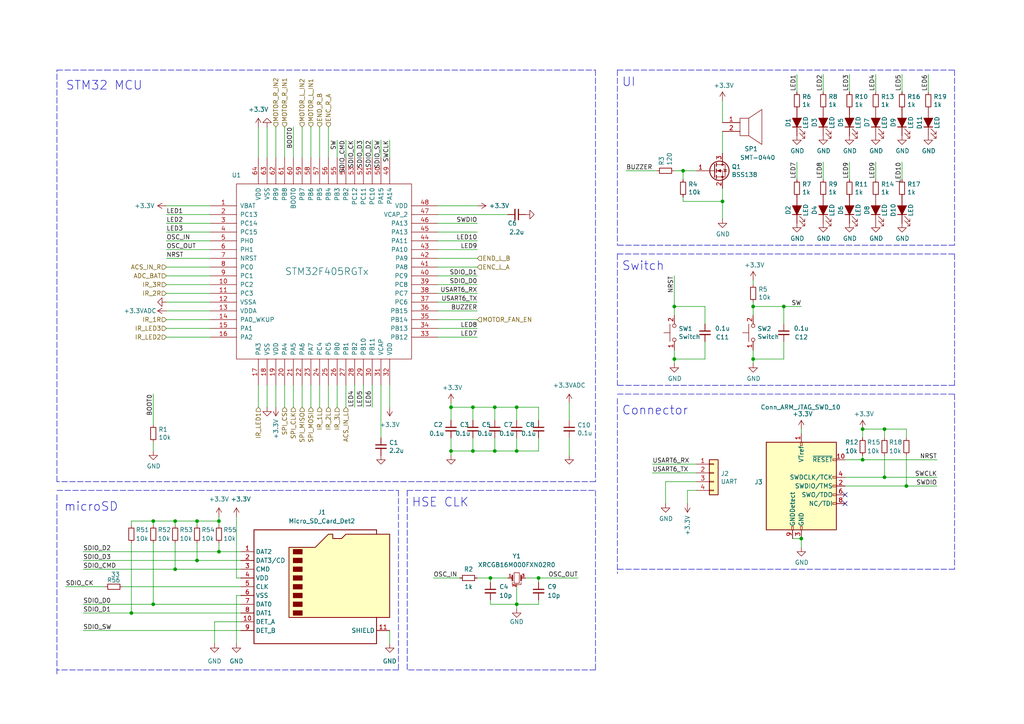
<source format=kicad_sch>
(kicad_sch (version 20231120) (generator "eeschema") (generator_version "8.0")
  (paper "A4")
  (lib_symbols
    (symbol "Connector:Conn_ARM_JTAG_SWD_10" (pin_names (offset 1.016))
      (property "Reference" "J" (at -2.54 16.51 0))
      (property "Value" "Conn_ARM_JTAG_SWD_10" (at -2.54 13.97 0))
      (symbol "Conn_ARM_JTAG_SWD_10_1_1"
        (pin power_in line (at 0 15.24 270) (length 2.54) (name "VTref") (number "1"))
        (pin open_collector line (at 12.7 7.62 180) (length 2.54) (name "~{RESET}") (number "10"))
        (pin bidirectional line (at 12.7 0 180) (length 2.54) (name "SWDIO/TMS") (number "2"))
        (pin power_in line (at 0 -15.24 90) (length 2.54) (name "GND") (number "3"))
        (pin output line (at 12.7 2.54 180) (length 2.54) (name "SWDCLK/TCK") (number "4"))
        (pin passive line (at 0 -15.24 90) (length 2.54) hide (name "GND") (number "5"))
        (pin input line (at 12.7 -2.54 180) (length 2.54) (name "SWO/TDO") (number "6"))
        (pin no_connect line (at -10.16 0 0) (length 2.54) hide (name "KEY") (number "7"))
        (pin output line (at 12.7 -5.08 180) (length 2.54) (name "NC/TDI") (number "8"))
        (pin passive line (at -2.54 -15.24 90) (length 2.54) (name "GNDDetect") (number "9"))
      )
    )
    (symbol "Connector:Micro_SD_Card_Det2"
      (property "Reference" "J" (at -16.51 17.78 0))
      (property "Value" "Micro_SD_Card_Det2" (at 16.51 17.78 0))
      (symbol "Micro_SD_Card_Det2_1_1"
        (pin bidirectional line (at -22.86 10.16 0) (length 3.81) (name "DAT2") (number "1"))
        (pin passive line (at -22.86 -10.16 0) (length 3.81) (name "DET_A") (number "10"))
        (pin passive line (at 20.32 -12.7 180) (length 3.81) (name "SHIELD") (number "11"))
        (pin bidirectional line (at -22.86 7.62 0) (length 3.81) (name "DAT3/CD") (number "2"))
        (pin input line (at -22.86 5.08 0) (length 3.81) (name "CMD") (number "3"))
        (pin power_in line (at -22.86 2.54 0) (length 3.81) (name "VDD") (number "4"))
        (pin input line (at -22.86 0 0) (length 3.81) (name "CLK") (number "5"))
        (pin power_in line (at -22.86 -2.54 0) (length 3.81) (name "VSS") (number "6"))
        (pin bidirectional line (at -22.86 -5.08 0) (length 3.81) (name "DAT0") (number "7"))
        (pin bidirectional line (at -22.86 -7.62 0) (length 3.81) (name "DAT1") (number "8"))
        (pin passive line (at -22.86 -12.7 0) (length 3.81) (name "DET_B") (number "9"))
      )
    )
    (symbol "Connector_Generic:Conn_01x04" (pin_names (offset 1.016) hide)
      (property "Reference" "J" (at 0 5.08 0))
      (property "Value" "Conn_01x04" (at 0 -7.62 0))
      (symbol "Conn_01x04_1_1"
        (pin passive line (at -5.08 2.54 0) (length 3.81) (name "Pin_1") (number "1"))
        (pin passive line (at -5.08 0 0) (length 3.81) (name "Pin_2") (number "2"))
        (pin passive line (at -5.08 -2.54 0) (length 3.81) (name "Pin_3") (number "3"))
        (pin passive line (at -5.08 -5.08 0) (length 3.81) (name "Pin_4") (number "4"))
      )
    )
    (symbol "Device:C_Small" (pin_numbers hide) (pin_names (offset 0.254) hide)
      (property "Reference" "C" (at 0.254 1.778 0))
      (property "Value" "C_Small" (at 0.254 -2.032 0))
      (symbol "C_Small_1_1"
        (pin passive line (at 0 2.54 270) (length 2.032) (name "~") (number "1"))
        (pin passive line (at 0 -2.54 90) (length 2.032) (name "~") (number "2"))
      )
    )
    (symbol "Device:Crystal_GND2_Small" (pin_names (offset 1.016) hide)
      (property "Reference" "Y" (at 0 5.08 0))
      (property "Value" "Crystal_GND2_Small" (at 0 3.175 0))
      (symbol "Crystal_GND2_Small_1_1"
        (pin passive line (at -2.54 0 0) (length 1.27) (name "1") (number "1"))
        (pin passive line (at 0 -2.54 90) (length 0.635) (name "2") (number "2"))
        (pin passive line (at 2.54 0 180) (length 1.27) (name "3") (number "3"))
      )
    )
    (symbol "Device:LED_ALT" (pin_numbers hide) (pin_names (offset 1.016) hide)
      (property "Reference" "D" (at 0 2.54 0))
      (property "Value" "Device_LED_ALT" (at 0 -2.54 0))
      (symbol "LED_ALT_1_1"
        (pin passive line (at -3.81 0 0) (length 2.54) (name "K") (number "1"))
        (pin passive line (at 3.81 0 180) (length 2.54) (name "A") (number "2"))
      )
    )
    (symbol "Device:R_Small" (pin_numbers hide) (pin_names (offset 0.254) hide)
      (property "Reference" "R" (at 0.762 0.508 0))
      (property "Value" "R_Small" (at 0.762 -1.016 0))
      (symbol "R_Small_1_1"
        (pin passive line (at 0 2.54 270) (length 0.762) (name "~") (number "1"))
        (pin passive line (at 0 -2.54 90) (length 0.762) (name "~") (number "2"))
      )
    )
    (symbol "My_Device:SKRPACE" (pin_names (offset 1.016))
      (property "Reference" "SW" (at 0 6.35 0))
      (property "Value" "My_Device_SKRPACE" (at 0 8.89 0))
      (symbol "SKRPACE_1_1"
        (pin passive line (at -5.08 0 0) (length 2.54) (name "~") (number "1"))
        (pin passive line (at 5.08 0 180) (length 2.54) (name "~") (number "2"))
      )
    )
    (symbol "My_Device:SMT-0440" (pin_names (offset 1.016))
      (property "Reference" "BUZ1" (at 3.81 5.08 0))
      (property "Value" "My_Device_SMT-0440" (at 3.81 -8.89 0))
      (symbol "SMT-0440_1_1"
        (pin input line (at -5.08 -1.27 0) (length 5.08) (name "~") (number "1"))
        (pin input line (at -5.08 -3.81 0) (length 5.08) (name "~") (number "2"))
      )
    )
    (symbol "My_Device:STM32F405RGTx" (pin_names (offset 1.016))
      (property "Reference" "U?" (at -10.16 34.29 0))
      (property "Value" "STM32F405RGTx" (at 3.81 6.35 0))
      (symbol "STM32F405RGTx_1_1"
        (pin input line (at -17.78 25.4 0) (length 7.62) (name "VBAT") (number "1"))
        (pin input line (at -17.78 2.54 0) (length 7.62) (name "PC2") (number "10"))
        (pin input line (at -17.78 0 0) (length 7.62) (name "PC3") (number "11"))
        (pin input line (at -17.78 -2.54 0) (length 7.62) (name "VSSA") (number "12"))
        (pin input line (at -17.78 -5.08 0) (length 7.62) (name "VDDA") (number "13"))
        (pin input line (at -17.78 -7.62 0) (length 7.62) (name "PA0_WKUP") (number "14"))
        (pin input line (at -17.78 -10.16 0) (length 7.62) (name "PA1") (number "15"))
        (pin input line (at -17.78 -12.7 0) (length 7.62) (name "PA2") (number "16"))
        (pin input line (at -3.81 -26.67 90) (length 7.62) (name "PA3") (number "17"))
        (pin input line (at -1.27 -26.67 90) (length 7.62) (name "VSS") (number "18"))
        (pin input line (at 1.27 -26.67 90) (length 7.62) (name "VDD") (number "19"))
        (pin input line (at -17.78 22.86 0) (length 7.62) (name "PC13") (number "2"))
        (pin input line (at 3.81 -26.67 90) (length 7.62) (name "PA4") (number "20"))
        (pin input line (at 6.35 -26.67 90) (length 7.62) (name "PA5") (number "21"))
        (pin input line (at 8.89 -26.67 90) (length 7.62) (name "PA6") (number "22"))
        (pin input line (at 11.43 -26.67 90) (length 7.62) (name "PA7") (number "23"))
        (pin input line (at 13.97 -26.67 90) (length 7.62) (name "PC4") (number "24"))
        (pin input line (at 16.51 -26.67 90) (length 7.62) (name "PC5") (number "25"))
        (pin input line (at 19.05 -26.67 90) (length 7.62) (name "PB0") (number "26"))
        (pin input line (at 21.59 -26.67 90) (length 7.62) (name "PB1") (number "27"))
        (pin input line (at 24.13 -26.67 90) (length 7.62) (name "PB2") (number "28"))
        (pin input line (at 26.67 -26.67 90) (length 7.62) (name "PB10") (number "29"))
        (pin input line (at -17.78 20.32 0) (length 7.62) (name "PC14") (number "3"))
        (pin input line (at 29.21 -26.67 90) (length 7.62) (name "PB11") (number "30"))
        (pin input line (at 31.75 -26.67 90) (length 7.62) (name "VCAP") (number "31"))
        (pin input line (at 34.29 -26.67 90) (length 7.62) (name "VDD") (number "32"))
        (pin input line (at 48.26 -12.7 180) (length 7.62) (name "PB12") (number "33"))
        (pin input line (at 48.26 -10.16 180) (length 7.62) (name "PB13") (number "34"))
        (pin input line (at 48.26 -7.62 180) (length 7.62) (name "PB14") (number "35"))
        (pin input line (at 48.26 -5.08 180) (length 7.62) (name "PB15") (number "36"))
        (pin input line (at 48.26 -2.54 180) (length 7.62) (name "PC6") (number "37"))
        (pin input line (at 48.26 0 180) (length 7.62) (name "PC7") (number "38"))
        (pin input line (at 48.26 2.54 180) (length 7.62) (name "PC8") (number "39"))
        (pin input line (at -17.78 17.78 0) (length 7.62) (name "PC15") (number "4"))
        (pin input line (at 48.26 5.08 180) (length 7.62) (name "PC9") (number "40"))
        (pin input line (at 48.26 7.62 180) (length 7.62) (name "PA8") (number "41"))
        (pin input line (at 48.26 10.16 180) (length 7.62) (name "PA9") (number "42"))
        (pin input line (at 48.26 12.7 180) (length 7.62) (name "PA10") (number "43"))
        (pin input line (at 48.26 15.24 180) (length 7.62) (name "PA11") (number "44"))
        (pin input line (at 48.26 17.78 180) (length 7.62) (name "PA13") (number "45"))
        (pin input line (at 48.26 20.32 180) (length 7.62) (name "PA13") (number "46"))
        (pin input line (at 48.26 22.86 180) (length 7.62) (name "VCAP_2") (number "47"))
        (pin input line (at 48.26 25.4 180) (length 7.62) (name "VDD") (number "48"))
        (pin input line (at 34.29 39.37 270) (length 7.62) (name "PA14") (number "49"))
        (pin input line (at -17.78 15.24 0) (length 7.62) (name "PH0") (number "5"))
        (pin input line (at 31.75 39.37 270) (length 7.62) (name "PA15") (number "50"))
        (pin input line (at 29.21 39.37 270) (length 7.62) (name "PC10") (number "51"))
        (pin input line (at 26.67 39.37 270) (length 7.62) (name "PC11") (number "52"))
        (pin input line (at 24.13 39.37 270) (length 7.62) (name "PC12") (number "53"))
        (pin input line (at 21.59 39.37 270) (length 7.62) (name "PB2") (number "54"))
        (pin input line (at 19.05 39.37 270) (length 7.62) (name "PB3") (number "55"))
        (pin input line (at 16.51 39.37 270) (length 7.62) (name "PB4") (number "56"))
        (pin input line (at 13.97 39.37 270) (length 7.62) (name "PB5") (number "57"))
        (pin input line (at 11.43 39.37 270) (length 7.62) (name "PB6") (number "58"))
        (pin input line (at 8.89 39.37 270) (length 7.62) (name "PB7") (number "59"))
        (pin input line (at -17.78 12.7 0) (length 7.62) (name "PH1") (number "6"))
        (pin input line (at 6.35 39.37 270) (length 7.62) (name "BOOT0") (number "60"))
        (pin input line (at 3.81 39.37 270) (length 7.62) (name "PB8") (number "61"))
        (pin input line (at 1.27 39.37 270) (length 7.62) (name "PB9") (number "62"))
        (pin input line (at -1.27 39.37 270) (length 7.62) (name "VSS") (number "63"))
        (pin input line (at -3.81 39.37 270) (length 7.62) (name "VDD") (number "64"))
        (pin input line (at -17.78 10.16 0) (length 7.62) (name "NRST") (number "7"))
        (pin input line (at -17.78 7.62 0) (length 7.62) (name "PC0") (number "8"))
        (pin input line (at -17.78 5.08 0) (length 7.62) (name "PC1") (number "9"))
      )
    )
    (symbol "Transistor_FET:BSS138" (pin_names hide)
      (property "Reference" "Q" (at 5.08 1.905 0))
      (property "Value" "BSS138" (at 5.08 0 0))
      (symbol "BSS138_1_1"
        (pin input line (at -5.08 0 0) (length 2.54) (name "G") (number "1"))
        (pin passive line (at 2.54 -5.08 90) (length 2.54) (name "S") (number "2"))
        (pin passive line (at 2.54 5.08 270) (length 2.54) (name "D") (number "3"))
      )
    )
    (symbol "power:+3.3V" (power) (pin_names (offset 0))
      (property "Value" "+3.3V" (at 0 3.556 0))
      (symbol "+3.3V_1_1"
        (pin power_in line (at 0 0 90) (length 0) hide (name "+3.3V") (number "1"))
      )
    )
    (symbol "power:+3.3VADC" (power) (pin_names (offset 0))
      (property "Value" "+3.3VADC" (at 0 2.54 0))
      (symbol "+3.3VADC_0_0"
        (pin power_in line (at 0 0 90) (length 0) hide (name "+3.3VADC") (number "1"))
      )
    )
    (symbol "power:GND" (power) (pin_names (offset 0))
      (property "Value" "GND" (at 0 -3.81 0))
      (symbol "GND_1_1"
        (pin power_in line (at 0 0 270) (length 0) hide (name "GND") (number "1"))
      )
    )
  )
  (junction (at 142.24 167.64))
  (junction (at 218.44 88.9))
  (junction (at 195.58 88.9))
  (junction (at 143.51 118.11))
  (junction (at 57.15 162.56))
  (junction (at 130.81 130.81))
  (junction (at 149.86 175.26))
  (junction (at 63.5 151.13))
  (junction (at 232.41 156.21))
  (junction (at 143.51 130.81))
  (junction (at 44.45 151.13))
  (junction (at 130.81 118.11))
  (junction (at 250.19 124.46))
  (junction (at 57.15 151.13))
  (junction (at 250.19 133.35))
  (junction (at 256.54 138.43))
  (junction (at 195.58 104.14))
  (junction (at 209.55 58.42))
  (junction (at 198.12 49.53))
  (junction (at 218.44 104.14))
  (junction (at 50.8 165.1))
  (junction (at 149.86 130.81))
  (junction (at 256.54 124.46))
  (junction (at 38.1 177.8))
  (junction (at 262.89 140.97))
  (junction (at 227.33 88.9))
  (junction (at 44.45 175.26))
  (junction (at 137.16 118.11))
  (junction (at 63.5 160.02))
  (junction (at 156.21 167.64))
  (junction (at 137.16 130.81))
  (junction (at 149.86 118.11))
  (junction (at 50.8 151.13))
  (no_connect (at 245.11 143.51))
  (no_connect (at 245.11 146.05))
  (wire (pts (xy 90.17 118.11) (xy 90.17 111.76)))
  (wire (pts (xy 181.61 49.53) (xy 190.5 49.53)))
  (wire (pts (xy 147.32 167.64) (xy 142.24 167.64)))
  (wire (pts (xy 137.16 118.11) (xy 143.51 118.11)))
  (wire (pts (xy 209.55 29.21) (xy 209.55 35.56)))
  (wire (pts (xy 130.81 127) (xy 130.81 130.81)))
  (polyline (pts (xy 172.72 194.31) (xy 118.11 194.31)) (stroke (width 0) (type dash)))
  (wire (pts (xy 85.09 118.11) (xy 85.09 111.76)))
  (wire (pts (xy 44.45 157.48) (xy 44.45 175.26)))
  (wire (pts (xy 137.16 130.81) (xy 143.51 130.81)))
  (wire (pts (xy 138.43 85.09) (xy 127 85.09)))
  (wire (pts (xy 68.58 172.72) (xy 69.85 172.72)))
  (wire (pts (xy 209.55 58.42) (xy 209.55 54.61)))
  (wire (pts (xy 232.41 156.21) (xy 229.87 156.21)))
  (wire (pts (xy 130.81 130.81) (xy 137.16 130.81)))
  (wire (pts (xy 193.04 139.7) (xy 193.04 146.05)))
  (wire (pts (xy 254 26.67) (xy 254 21.59)))
  (wire (pts (xy 238.76 52.07) (xy 238.76 46.99)))
  (wire (pts (xy 38.1 177.8) (xy 69.85 177.8)))
  (wire (pts (xy 80.01 118.11) (xy 80.01 111.76)))
  (wire (pts (xy 19.05 170.18) (xy 30.48 170.18)))
  (wire (pts (xy 218.44 82.55) (xy 218.44 81.28)))
  (wire (pts (xy 113.03 182.88) (xy 113.03 186.69)))
  (wire (pts (xy 50.8 165.1) (xy 69.85 165.1)))
  (wire (pts (xy 24.13 160.02) (xy 63.5 160.02)))
  (wire (pts (xy 77.47 36.83) (xy 77.47 45.72)))
  (wire (pts (xy 156.21 173.99) (xy 156.21 175.26)))
  (wire (pts (xy 130.81 118.11) (xy 137.16 118.11)))
  (wire (pts (xy 63.5 157.48) (xy 63.5 160.02)))
  (wire (pts (xy 143.51 127) (xy 143.51 130.81)))
  (wire (pts (xy 60.96 95.25) (xy 48.26 95.25)))
  (wire (pts (xy 149.86 175.26) (xy 149.86 176.53)))
  (wire (pts (xy 68.58 186.69) (xy 68.58 172.72)))
  (wire (pts (xy 262.89 127) (xy 262.89 124.46)))
  (polyline (pts (xy 276.86 20.32) (xy 276.86 71.12)) (stroke (width 0) (type dash)))
  (wire (pts (xy 105.41 118.11) (xy 105.41 111.76)))
  (wire (pts (xy 250.19 124.46) (xy 250.19 127)))
  (wire (pts (xy 48.26 62.23) (xy 60.96 62.23)))
  (wire (pts (xy 127 67.31) (xy 138.43 67.31)))
  (wire (pts (xy 204.47 93.98) (xy 204.47 88.9)))
  (wire (pts (xy 143.51 118.11) (xy 149.86 118.11)))
  (wire (pts (xy 269.24 26.67) (xy 269.24 21.59)))
  (wire (pts (xy 44.45 175.26) (xy 69.85 175.26)))
  (wire (pts (xy 68.58 167.64) (xy 68.58 149.86)))
  (wire (pts (xy 198.12 58.42) (xy 209.55 58.42)))
  (wire (pts (xy 92.71 118.11) (xy 92.71 111.76)))
  (wire (pts (xy 60.96 74.93) (xy 48.26 74.93)))
  (wire (pts (xy 48.26 87.63) (xy 60.96 87.63)))
  (wire (pts (xy 24.13 182.88) (xy 69.85 182.88)))
  (polyline (pts (xy 16.51 20.32) (xy 30.48 20.32)) (stroke (width 0) (type dash)))
  (wire (pts (xy 127 92.71) (xy 138.43 92.71)))
  (wire (pts (xy 80.01 36.83) (xy 80.01 45.72)))
  (polyline (pts (xy 16.51 142.24) (xy 115.57 142.24)) (stroke (width 0) (type dash)))
  (wire (pts (xy 127 77.47) (xy 138.43 77.47)))
  (polyline (pts (xy 276.86 71.12) (xy 179.07 71.12)) (stroke (width 0) (type dash)))
  (wire (pts (xy 250.19 132.08) (xy 250.19 133.35)))
  (polyline (pts (xy 118.11 142.24) (xy 172.72 142.24)) (stroke (width 0) (type dash)))
  (polyline (pts (xy 16.51 139.7) (xy 16.51 20.32)) (stroke (width 0) (type dash)))
  (wire (pts (xy 24.13 162.56) (xy 57.15 162.56)))
  (wire (pts (xy 57.15 157.48) (xy 57.15 162.56)))
  (wire (pts (xy 48.26 67.31) (xy 60.96 67.31)))
  (wire (pts (xy 127 62.23) (xy 147.32 62.23)))
  (wire (pts (xy 256.54 127) (xy 256.54 124.46)))
  (wire (pts (xy 44.45 128.27) (xy 44.45 130.81)))
  (wire (pts (xy 250.19 133.35) (xy 271.78 133.35)))
  (wire (pts (xy 149.86 118.11) (xy 149.86 121.92)))
  (wire (pts (xy 156.21 167.64) (xy 167.64 167.64)))
  (wire (pts (xy 156.21 127) (xy 156.21 130.81)))
  (wire (pts (xy 149.86 130.81) (xy 156.21 130.81)))
  (wire (pts (xy 69.85 180.34) (xy 62.23 180.34)))
  (wire (pts (xy 48.26 77.47) (xy 60.96 77.47)))
  (polyline (pts (xy 276.86 165.1) (xy 179.07 165.1)) (stroke (width 0) (type dash)))
  (wire (pts (xy 246.38 52.07) (xy 246.38 46.99)))
  (wire (pts (xy 238.76 26.67) (xy 238.76 21.59)))
  (wire (pts (xy 195.58 88.9) (xy 195.58 91.44)))
  (polyline (pts (xy 179.07 20.32) (xy 276.86 20.32)) (stroke (width 0) (type dash)))
  (wire (pts (xy 24.13 165.1) (xy 50.8 165.1)))
  (wire (pts (xy 231.14 26.67) (xy 231.14 21.59)))
  (wire (pts (xy 50.8 157.48) (xy 50.8 165.1)))
  (wire (pts (xy 90.17 45.72) (xy 90.17 36.83)))
  (polyline (pts (xy 172.72 142.24) (xy 172.72 194.31)) (stroke (width 0) (type dash)))
  (wire (pts (xy 227.33 93.98) (xy 227.33 88.9)))
  (polyline (pts (xy 30.48 20.32) (xy 172.72 20.32)) (stroke (width 0) (type dash)))
  (wire (pts (xy 227.33 88.9) (xy 218.44 88.9)))
  (wire (pts (xy 218.44 104.14) (xy 218.44 101.6)))
  (wire (pts (xy 130.81 130.81) (xy 130.81 132.08)))
  (wire (pts (xy 261.62 52.07) (xy 261.62 46.99)))
  (wire (pts (xy 137.16 127) (xy 137.16 130.81)))
  (wire (pts (xy 97.79 40.64) (xy 97.79 45.72)))
  (wire (pts (xy 201.93 139.7) (xy 193.04 139.7)))
  (wire (pts (xy 130.81 118.11) (xy 130.81 116.84)))
  (wire (pts (xy 156.21 167.64) (xy 156.21 168.91)))
  (wire (pts (xy 95.25 45.72) (xy 95.25 36.83)))
  (wire (pts (xy 195.58 101.6) (xy 195.58 104.14)))
  (polyline (pts (xy 276.86 73.66) (xy 276.86 111.76)) (stroke (width 0) (type dash)))
  (wire (pts (xy 48.26 85.09) (xy 60.96 85.09)))
  (wire (pts (xy 60.96 59.69) (xy 48.26 59.69)))
  (wire (pts (xy 50.8 151.13) (xy 57.15 151.13)))
  (wire (pts (xy 100.33 40.64) (xy 100.33 45.72)))
  (wire (pts (xy 92.71 45.72) (xy 92.71 36.83)))
  (wire (pts (xy 227.33 99.06) (xy 227.33 104.14)))
  (wire (pts (xy 60.96 90.17) (xy 48.26 90.17)))
  (wire (pts (xy 24.13 175.26) (xy 44.45 175.26)))
  (wire (pts (xy 63.5 149.86) (xy 63.5 151.13)))
  (wire (pts (xy 77.47 118.11) (xy 77.47 111.76)))
  (wire (pts (xy 261.62 26.67) (xy 261.62 21.59)))
  (wire (pts (xy 138.43 95.25) (xy 127 95.25)))
  (wire (pts (xy 35.56 170.18) (xy 69.85 170.18)))
  (polyline (pts (xy 179.07 114.3) (xy 276.86 114.3)) (stroke (width 0) (type dash)))
  (wire (pts (xy 138.43 167.64) (xy 142.24 167.64)))
  (wire (pts (xy 87.63 45.72) (xy 87.63 36.83)))
  (wire (pts (xy 201.93 137.16) (xy 189.23 137.16)))
  (wire (pts (xy 125.73 167.64) (xy 133.35 167.64)))
  (polyline (pts (xy 179.07 115.57) (xy 179.07 166.37)) (stroke (width 0) (type dash)))
  (wire (pts (xy 74.93 118.11) (xy 74.93 111.76)))
  (wire (pts (xy 199.39 142.24) (xy 199.39 146.05)))
  (wire (pts (xy 143.51 118.11) (xy 143.51 121.92)))
  (wire (pts (xy 254 52.07) (xy 254 46.99)))
  (polyline (pts (xy 276.86 114.3) (xy 276.86 165.1)) (stroke (width 0) (type dash)))
  (wire (pts (xy 156.21 118.11) (xy 156.21 121.92)))
  (wire (pts (xy 195.58 88.9) (xy 195.58 80.01)))
  (wire (pts (xy 63.5 160.02) (xy 69.85 160.02)))
  (wire (pts (xy 138.43 97.79) (xy 127 97.79)))
  (wire (pts (xy 165.1 127) (xy 165.1 132.08)))
  (wire (pts (xy 232.41 158.75) (xy 232.41 156.21)))
  (wire (pts (xy 198.12 58.42) (xy 198.12 57.15)))
  (wire (pts (xy 138.43 82.55) (xy 127 82.55)))
  (wire (pts (xy 113.03 118.11) (xy 113.03 111.76)))
  (wire (pts (xy 57.15 152.4) (xy 57.15 151.13)))
  (wire (pts (xy 48.26 72.39) (xy 60.96 72.39)))
  (polyline (pts (xy 115.57 142.24) (xy 115.57 194.31)) (stroke (width 0) (type dash)))
  (wire (pts (xy 142.24 173.99) (xy 142.24 175.26)))
  (wire (pts (xy 107.95 40.64) (xy 107.95 45.72)))
  (wire (pts (xy 204.47 99.06) (xy 204.47 104.14)))
  (wire (pts (xy 74.93 45.72) (xy 74.93 36.83)))
  (wire (pts (xy 48.26 64.77) (xy 60.96 64.77)))
  (wire (pts (xy 38.1 157.48) (xy 38.1 177.8)))
  (wire (pts (xy 218.44 88.9) (xy 218.44 91.44)))
  (wire (pts (xy 142.24 167.64) (xy 142.24 168.91)))
  (wire (pts (xy 204.47 88.9) (xy 195.58 88.9)))
  (wire (pts (xy 245.11 133.35) (xy 250.19 133.35)))
  (polyline (pts (xy 16.51 143.51) (xy 16.51 195.58)) (stroke (width 0) (type dash)))
  (wire (pts (xy 57.15 151.13) (xy 63.5 151.13)))
  (wire (pts (xy 50.8 152.4) (xy 50.8 151.13)))
  (wire (pts (xy 82.55 118.11) (xy 82.55 111.76)))
  (wire (pts (xy 127 80.01) (xy 138.43 80.01)))
  (wire (pts (xy 62.23 180.34) (xy 62.23 186.69)))
  (wire (pts (xy 152.4 167.64) (xy 156.21 167.64)))
  (wire (pts (xy 262.89 124.46) (xy 256.54 124.46)))
  (wire (pts (xy 44.45 114.3) (xy 44.45 123.19)))
  (wire (pts (xy 97.79 118.11) (xy 97.79 111.76)))
  (wire (pts (xy 69.85 167.64) (xy 68.58 167.64)))
  (wire (pts (xy 137.16 118.11) (xy 137.16 121.92)))
  (polyline (pts (xy 179.07 73.66) (xy 276.86 73.66)) (stroke (width 0) (type dash)))
  (polyline (pts (xy 172.72 20.32) (xy 172.72 139.7)) (stroke (width 0) (type dash)))
  (wire (pts (xy 107.95 118.11) (xy 107.95 111.76)))
  (wire (pts (xy 102.87 118.11) (xy 102.87 111.76)))
  (wire (pts (xy 48.26 80.01) (xy 60.96 80.01)))
  (wire (pts (xy 38.1 151.13) (xy 44.45 151.13)))
  (wire (pts (xy 110.49 40.64) (xy 110.49 45.72)))
  (wire (pts (xy 218.44 87.63) (xy 218.44 88.9)))
  (wire (pts (xy 63.5 151.13) (xy 63.5 152.4)))
  (wire (pts (xy 60.96 92.71) (xy 48.26 92.71)))
  (wire (pts (xy 48.26 82.55) (xy 60.96 82.55)))
  (wire (pts (xy 195.58 104.14) (xy 195.58 105.41)))
  (wire (pts (xy 262.89 140.97) (xy 271.78 140.97)))
  (wire (pts (xy 130.81 118.11) (xy 130.81 121.92)))
  (wire (pts (xy 256.54 138.43) (xy 271.78 138.43)))
  (wire (pts (xy 201.93 49.53) (xy 198.12 49.53)))
  (polyline (pts (xy 276.86 111.76) (xy 179.07 111.76)) (stroke (width 0) (type dash)))
  (wire (pts (xy 105.41 40.64) (xy 105.41 45.72)))
  (wire (pts (xy 227.33 104.14) (xy 218.44 104.14)))
  (wire (pts (xy 165.1 116.84) (xy 165.1 121.92)))
  (wire (pts (xy 102.87 40.64) (xy 102.87 45.72)))
  (wire (pts (xy 209.55 38.1) (xy 209.55 44.45)))
  (wire (pts (xy 44.45 152.4) (xy 44.45 151.13)))
  (wire (pts (xy 113.03 40.64) (xy 113.03 45.72)))
  (wire (pts (xy 24.13 177.8) (xy 38.1 177.8)))
  (wire (pts (xy 143.51 130.81) (xy 149.86 130.81)))
  (wire (pts (xy 110.49 111.76) (xy 110.49 127)))
  (polyline (pts (xy 179.07 20.32) (xy 179.07 71.12)) (stroke (width 0) (type dash)))
  (wire (pts (xy 256.54 124.46) (xy 250.19 124.46)))
  (polyline (pts (xy 118.11 142.24) (xy 118.11 194.31)) (stroke (width 0) (type dash)))
  (wire (pts (xy 195.58 49.53) (xy 198.12 49.53)))
  (wire (pts (xy 138.43 59.69) (xy 127 59.69)))
  (wire (pts (xy 149.86 127) (xy 149.86 130.81)))
  (wire (pts (xy 198.12 49.53) (xy 198.12 52.07)))
  (wire (pts (xy 138.43 72.39) (xy 127 72.39)))
  (wire (pts (xy 60.96 97.79) (xy 48.26 97.79)))
  (wire (pts (xy 201.93 134.62) (xy 189.23 134.62)))
  (wire (pts (xy 149.86 175.26) (xy 156.21 175.26)))
  (wire (pts (xy 38.1 152.4) (xy 38.1 151.13)))
  (wire (pts (xy 100.33 118.11) (xy 100.33 111.76)))
  (wire (pts (xy 82.55 45.72) (xy 82.55 36.83)))
  (wire (pts (xy 138.43 87.63) (xy 127 87.63)))
  (wire (pts (xy 204.47 104.14) (xy 195.58 104.14)))
  (wire (pts (xy 209.55 63.5) (xy 209.55 58.42)))
  (wire (pts (xy 231.14 52.07) (xy 231.14 46.99)))
  (wire (pts (xy 149.86 170.18) (xy 149.86 175.26)))
  (wire (pts (xy 245.11 140.97) (xy 262.89 140.97)))
  (wire (pts (xy 149.86 118.11) (xy 156.21 118.11)))
  (wire (pts (xy 87.63 118.11) (xy 87.63 111.76)))
  (wire (pts (xy 232.41 124.46) (xy 232.41 125.73)))
  (wire (pts (xy 44.45 151.13) (xy 50.8 151.13)))
  (wire (pts (xy 127 64.77) (xy 138.43 64.77)))
  (wire (pts (xy 95.25 118.11) (xy 95.25 111.76)))
  (wire (pts (xy 256.54 132.08) (xy 256.54 138.43)))
  (wire (pts (xy 218.44 104.14) (xy 218.44 105.41)))
  (wire (pts (xy 138.43 90.17) (xy 127 90.17)))
  (polyline (pts (xy 172.72 139.7) (xy 16.51 139.7)) (stroke (width 0) (type dash)))
  (wire (pts (xy 57.15 162.56) (xy 69.85 162.56)))
  (wire (pts (xy 142.24 175.26) (xy 149.86 175.26)))
  (wire (pts (xy 232.41 88.9) (xy 227.33 88.9)))
  (wire (pts (xy 127 74.93) (xy 138.43 74.93)))
  (polyline (pts (xy 115.57 194.31) (xy 16.51 194.31)) (stroke (width 0) (type dash)))
  (wire (pts (xy 245.11 138.43) (xy 256.54 138.43)))
  (wire (pts (xy 262.89 132.08) (xy 262.89 140.97)))
  (polyline (pts (xy 179.07 73.66) (xy 179.07 111.76)) (stroke (width 0) (type dash)))
  (wire (pts (xy 138.43 69.85) (xy 127 69.85)))
  (wire (pts (xy 48.26 69.85) (xy 60.96 69.85)))
  (wire (pts (xy 201.93 142.24) (xy 199.39 142.24)))
  (wire (pts (xy 246.38 26.67) (xy 246.38 21.59)))
  (wire (pts (xy 85.09 36.83) (xy 85.09 45.72)))
  (text "STM32 MCU" (at 19.05 26.416 0) (effects (font (size 2.54 2.54)) (justify left bottom)))
  (text "microSD" (at 18.542 148.59 0) (effects (font (size 2.54 2.54)) (justify left bottom)))
  (text "UI" (at 180.34 25.4 0) (effects (font (size 2.54 2.54)) (justify left bottom)))
  (text "Connector" (at 180.34 120.65 0) (effects (font (size 2.54 2.54)) (justify left bottom)))
  (text "HSE CLK" (at 119.38 147.32 0) (effects (font (size 2.54 2.54)) (justify left bottom)))
  (text "Switch" (at 180.34 78.74 0) (effects (font (size 2.54 2.54)) (justify left bottom)))
  (label "LED9" (at 254 46.99 270))
  (label "SDIO_D2" (at 24.13 160.02 0))
  (label "BUZZER" (at 181.61 49.53 0))
  (label "SW" (at 97.79 40.64 270))
  (label "SDIO_D3" (at 105.41 40.64 270))
  (label "SDIO_D0" (at 138.43 82.55 180))
  (label "BOOT0" (at 44.45 114.3 270))
  (label "SDIO_CK" (at 19.05 170.18 0))
  (label "NRST" (at 48.26 74.93 0))
  (label "NRST" (at 195.58 80.01 270))
  (label "LED8" (at 238.76 46.99 270))
  (label "LED6" (at 107.95 118.11 90))
  (label "SW" (at 232.41 88.9 180))
  (label "LED7" (at 138.43 97.79 180))
  (label "LED4" (at 102.87 118.11 90))
  (label "USART6_TX" (at 189.23 137.16 0))
  (label "LED9" (at 246.38 46.99 270))
  (label "LED9" (at 138.43 72.39 180))
  (label "SWCLK" (at 113.03 40.64 270))
  (label "LED6" (at 269.24 21.59 270))
  (label "SDIO_D3" (at 24.13 162.56 0))
  (label "SWDIO" (at 138.43 64.77 180))
  (label "LED7" (at 231.14 46.99 270))
  (label "OSC_OUT" (at 48.26 72.39 0))
  (label "LED10" (at 261.62 46.99 270))
  (label "USART6_RX" (at 189.23 134.62 0))
  (label "OSC_IN" (at 125.73 167.64 0))
  (label "LED10" (at 138.43 69.85 180))
  (label "SWCLK" (at 271.78 138.43 180))
  (label "SDIO_D1" (at 24.13 177.8 0))
  (label "LED2" (at 238.76 21.59 270))
  (label "LED1" (at 48.26 62.23 0))
  (label "SDIO_SW" (at 24.13 182.88 0))
  (label "BOOT0" (at 85.09 36.83 270))
  (label "LED5" (at 105.41 118.11 90))
  (label "LED3" (at 48.26 67.31 0))
  (label "USART6_RX" (at 138.43 85.09 180))
  (label "SDIO_D2" (at 107.95 40.64 270))
  (label "SDIO_CMD" (at 24.13 165.1 0))
  (label "SWDIO" (at 271.78 140.97 180))
  (label "SDIO_CMD" (at 100.33 40.64 270))
  (label "BUZZER" (at 138.43 90.17 180))
  (label "LED2" (at 48.26 64.77 0))
  (label "LED8" (at 138.43 95.25 180))
  (label "SDIO_D1" (at 138.43 80.01 180))
  (label "SDIO_D0" (at 24.13 175.26 0))
  (label "LED4" (at 254 21.59 270))
  (label "SDIO_SW" (at 110.49 40.64 270))
  (label "LED1" (at 231.14 21.59 270))
  (label "NRST" (at 271.78 133.35 180))
  (label "SDIO_CK" (at 102.87 40.64 270))
  (label "OSC_IN" (at 48.26 69.85 0))
  (label "USART6_TX" (at 138.43 87.63 180))
  (label "LED3" (at 246.38 21.59 270))
  (label "LED5" (at 261.62 21.59 270))
  (label "OSC_OUT" (at 167.64 167.64 180))
  (hierarchical_label "IR_1L" (shape input) (at 92.71 118.11 270))
  (hierarchical_label "IR_1R" (shape input) (at 48.26 92.71 180))
  (hierarchical_label "IR_LED1" (shape input) (at 74.93 118.11 270))
  (hierarchical_label "SPI_CS" (shape input) (at 82.55 118.11 270))
  (hierarchical_label "END_R_B" (shape input) (at 92.71 36.83 90))
  (hierarchical_label "MOTOR_R_IN2" (shape input) (at 80.01 36.83 90))
  (hierarchical_label "SPI_MOSI" (shape input) (at 90.17 118.11 270))
  (hierarchical_label "IR_3L" (shape input) (at 97.79 118.11 270))
  (hierarchical_label "MOTOR_FAN_EN" (shape input) (at 138.43 92.71 0))
  (hierarchical_label "ENC_R_A" (shape input) (at 95.25 36.83 90))
  (hierarchical_label "IR_2R" (shape input) (at 48.26 85.09 180))
  (hierarchical_label "ADC_BAT" (shape input) (at 48.26 80.01 180))
  (hierarchical_label "MOTOR_R_IN1" (shape input) (at 82.55 36.83 90))
  (hierarchical_label "MOTOR_L_IN2" (shape input) (at 87.63 36.83 90))
  (hierarchical_label "IR_LED3" (shape input) (at 48.26 95.25 180))
  (hierarchical_label "END_L_B" (shape input) (at 138.43 74.93 0))
  (hierarchical_label "MOTOR_L_IN1" (shape input) (at 90.17 36.83 90))
  (hierarchical_label "ENC_L_A" (shape input) (at 138.43 77.47 0))
  (hierarchical_label "SPI_MISO" (shape input) (at 87.63 118.11 270))
  (hierarchical_label "IR_LED2" (shape input) (at 48.26 97.79 180))
  (hierarchical_label "SPI_CLK" (shape input) (at 85.09 118.11 270))
  (hierarchical_label "IR_3R" (shape input) (at 48.26 82.55 180))
  (hierarchical_label "ACS_IN_L" (shape input) (at 100.33 118.11 270))
  (hierarchical_label "ACS_IN_R" (shape input) (at 48.26 77.47 180))
  (hierarchical_label "IR_2L" (shape input) (at 95.25 118.11 270))
  (symbol (lib_id "Device:R_Small") (at 218.44 85.09 0) (unit 1)
    (property "Reference" "R5" (at 219.9386 83.9216 0) (effects (justify left)))
    (property "Value" "10k" (at 219.9386 86.233 0) (effects (justify left)))
    (property "Footprint" "Resistor_SMD:R_0201_0603Metric" (effects (hide yes)))
  )
  (symbol (lib_id "power:GND") (at 130.81 132.08 0) (unit 1)
    (property "Reference" "#PWR015" (effects (hide yes)))
    (property "Value" "GND" (effects (hide yes)))
  )
  (symbol (lib_id "Device:R_Small") (at 63.5 154.94 0) (unit 1)
    (property "Reference" "R55" (at 64.77 153.67 0) (effects (justify left)))
    (property "Value" "10k" (at 64.77 156.21 0) (effects (justify left)))
    (property "Footprint" "Resistor_SMD:R_0201_0603Metric" (effects (hide yes)))
  )
  (symbol (lib_id "Device:C_Small") (at 143.51 124.46 0) (unit 1)
    (property "Reference" "C5" (at 139.7 123.19 0) (effects (justify left)))
    (property "Value" "0.1u" (at 138.43 125.73 0) (effects (justify left)))
    (property "Footprint" "Capacitor_SMD:C_0201_0603Metric" (effects (hide yes)))
  )
  (symbol (lib_id "power:+3.3VADC") (at 165.1 116.84 0) (unit 1)
    (property "Reference" "#PWR019" (effects (hide yes)))
    (property "Value" "+3.3VADC" (at 165.1 111.76 0))
  )
  (symbol (lib_id "Connector:Conn_ARM_JTAG_SWD_10") (at 232.41 140.97 0) (unit 1)
    (property "Reference" "J3" (at 221.234 139.8016 0) (effects (justify right)))
    (property "Value" "Conn_ARM_JTAG_SWD_10" (at 243.84 118.11 0) (effects (justify right)))
    (property "Footprint" "mylib:mylib" (effects (hide yes)))
    (property "Datasheet" "http://infocenter.arm.com/help/topic/com.arm.doc.faqs/attached/13634/cortex_debug_connectors.pdf" (effects (hide yes)))
  )
  (symbol (lib_id "Transistor_FET:BSS138") (at 207.01 49.53 0) (unit 1)
    (property "Reference" "Q1" (at 212.1916 48.3616 0) (effects (justify left)))
    (property "Value" "BSS138" (at 212.1916 50.673 0) (effects (justify left)))
    (property "Footprint" "Package_TO_SOT_SMD:SOT-23" (effects (hide yes)))
    (property "Datasheet" "https://www.onsemi.com/pub/Collateral/BSS138-D.PDF" (effects (hide yes)))
  )
  (symbol (lib_id "My_Device:SKRPACE") (at 218.44 96.52 90) (unit 1)
    (property "Reference" "SW2" (at 219.6592 95.3516 90) (effects (justify right)))
    (property "Value" "Switch" (at 219.6592 97.663 90) (effects (justify right)))
    (property "Footprint" "mylib:TVAF06A020BR" (effects (hide yes)))
  )
  (symbol (lib_id "power:GND") (at 149.86 176.53 0) (unit 1)
    (property "Reference" "#PWR017" (effects (hide yes)))
    (property "Value" "GND" (at 149.86 180.34 0))
  )
  (symbol (lib_id "Connector:Micro_SD_Card_Det2") (at 92.71 170.18 0) (unit 1)
    (property "Reference" "J1" (at 93.345 148.59 0))
    (property "Value" "Micro_SD_Card_Det2" (at 93.345 151.13 0))
    (property "Footprint" "Connector_Card:microSD_HC_Hirose_DM3AT-SF-PEJM5" (effects (hide yes)))
    (property "Datasheet" "https://www.hirose.com/en/product/document?clcode=&productname=&series=DM3&documenttype=Catalog&lang=en&documentid=D49662_en" (effects (hide yes)))
    (property "Description" "Micro SD Card Socket with two card detection pins" (effects (hide yes)))
  )
  (symbol (lib_id "power:+3.3V") (at 250.19 124.46 0) (unit 1)
    (property "Reference" "#PWR036" (effects (hide yes)))
    (property "Value" "+3.3V" (at 250.571 120.0658 0))
  )
  (symbol (lib_id "power:+3.3V") (at 74.93 36.83 0) (unit 1)
    (property "Reference" "#PWR07" (effects (hide yes)))
    (property "Value" "+3.3V" (at 74.93 31.75 0))
  )
  (symbol (lib_id "Device:C_Small") (at 204.47 96.52 0) (unit 1)
    (property "Reference" "C11" (at 209.55 97.79 0))
    (property "Value" "0.1u" (at 209.55 95.25 0))
    (property "Footprint" "Capacitor_SMD:C_0201_0603Metric" (effects (hide yes)))
  )
  (symbol (lib_id "power:GND") (at 218.44 105.41 0) (unit 1)
    (property "Reference" "#PWR027" (effects (hide yes)))
    (property "Value" "GND" (at 218.567 109.8042 0))
  )
  (symbol (lib_id "Device:R_Small") (at 254 54.61 0) (unit 1)
    (property "Reference" "R14" (at 255.4986 53.4416 0) (effects (justify left)))
    (property "Value" "1k" (at 255.4986 55.753 0) (effects (justify left)))
    (property "Footprint" "Resistor_SMD:R_0201_0603Metric" (effects (hide yes)))
  )
  (symbol (lib_id "power:GND") (at 238.76 39.37 0) (unit 1)
    (property "Reference" "#PWR032" (effects (hide yes)))
    (property "Value" "GND" (at 238.887 43.7642 0))
  )
  (symbol (lib_id "power:GND") (at 62.23 186.69 0) (unit 1)
    (property "Reference" "#PWR0155" (effects (hide yes)))
    (property "Value" "GND" (at 62.23 191.77 0))
  )
  (symbol (lib_id "Device:R_Small") (at 135.89 167.64 90) (unit 1)
    (property "Reference" "R2" (at 135.89 165.1 90))
    (property "Value" "1k" (at 135.89 170.18 90))
    (property "Footprint" "Resistor_SMD:R_0402_1005Metric_Pad0.72x0.64mm_HandSolder" (effects (hide yes)))
  )
  (symbol (lib_id "Device:LED_ALT") (at 231.14 35.56 90) (unit 1)
    (property "Reference" "D1" (at 228.6 35.56 0))
    (property "Value" "LED" (at 233.68 35.56 0))
    (property "Footprint" "LED_SMD:LED_0402_1005Metric" (effects (hide yes)))
  )
  (symbol (lib_id "Device:R_Small") (at 38.1 154.94 0) (unit 1)
    (property "Reference" "R51" (at 39.37 153.67 0) (effects (justify left)))
    (property "Value" "10k" (at 39.37 156.21 0) (effects (justify left)))
    (property "Footprint" "Resistor_SMD:R_0201_0603Metric" (effects (hide yes)))
  )
  (symbol (lib_id "power:GND") (at 44.45 130.81 0) (unit 1)
    (property "Reference" "#PWR01" (effects (hide yes)))
    (property "Value" "GND" (at 44.577 135.2042 0))
  )
  (symbol (lib_id "Device:LED_ALT") (at 254 35.56 90) (unit 1)
    (property "Reference" "D7" (at 251.46 35.56 0))
    (property "Value" "LED" (at 256.54 35.56 0))
    (property "Footprint" "LED_SMD:LED_0402_1005Metric" (effects (hide yes)))
  )
  (symbol (lib_id "Device:LED_ALT") (at 261.62 60.96 90) (unit 1)
    (property "Reference" "D10" (at 259.08 60.96 0))
    (property "Value" "LED" (at 264.16 60.96 0))
    (property "Footprint" "LED_SMD:LED_0402_1005Metric" (effects (hide yes)))
  )
  (symbol (lib_id "Device:R_Small") (at 231.14 54.61 0) (unit 1)
    (property "Reference" "R7" (at 232.6386 53.4416 0) (effects (justify left)))
    (property "Value" "1k" (at 232.6386 55.753 0) (effects (justify left)))
    (property "Footprint" "Resistor_SMD:R_0201_0603Metric" (effects (hide yes)))
  )
  (symbol (lib_id "power:GND") (at 231.14 39.37 0) (unit 1)
    (property "Reference" "#PWR028" (effects (hide yes)))
    (property "Value" "GND" (at 231.267 43.7642 0))
  )
  (symbol (lib_id "power:GND") (at 261.62 64.77 0) (unit 1)
    (property "Reference" "#PWR040" (effects (hide yes)))
    (property "Value" "GND" (at 261.747 69.1642 0))
  )
  (symbol (lib_id "power:GND") (at 254 39.37 0) (unit 1)
    (property "Reference" "#PWR037" (effects (hide yes)))
    (property "Value" "GND" (at 254.127 43.7642 0))
  )
  (symbol (lib_id "Device:R_Small") (at 44.45 125.73 0) (unit 1)
    (property "Reference" "R1" (at 45.9486 124.5616 0) (effects (justify left)))
    (property "Value" "10k" (at 45.9486 126.873 0) (effects (justify left)))
    (property "Footprint" "Resistor_SMD:R_0201_0603Metric" (effects (hide yes)))
  )
  (symbol (lib_id "Device:R_Small") (at 250.19 129.54 0) (unit 1)
    (property "Reference" "R12" (at 245.11 128.27 0) (effects (justify left)))
    (property "Value" "10k" (at 245.11 130.81 0) (effects (justify left)))
    (property "Footprint" "Resistor_SMD:R_0201_0603Metric" (effects (hide yes)))
  )
  (symbol (lib_id "My_Device:SMT-0440") (at 214.63 34.29 0) (unit 1)
    (property "Reference" "SP1" (at 215.9 43.18 0) (effects (justify left)))
    (property "Value" "SMT-0440" (at 214.63 45.72 0) (effects (justify left)))
    (property "Footprint" "mylib:SMT-0440" (effects (hide yes)))
    (property "Datasheet" "https://www.puiaudio.com/media/SpecSheet/SMT-0440-T-R.pdf" (effects (hide yes)))
  )
  (symbol (lib_id "power:+3.3VADC") (at 48.26 90.17 90) (unit 1)
    (property "Reference" "#PWR04" (effects (hide yes)))
    (property "Value" "+3.3VADC" (at 40.64 90.17 90))
  )
  (symbol (lib_id "power:GND") (at 193.04 146.05 0) (unit 1)
    (property "Reference" "#PWR021" (effects (hide yes)))
    (property "Value" "GND" (at 193.167 150.4442 0))
  )
  (symbol (lib_id "power:+3.3V") (at 80.01 118.11 180) (unit 1)
    (property "Reference" "#PWR010" (effects (hide yes)))
    (property "Value" "+3.3V" (at 80.01 124.46 90))
  )
  (symbol (lib_id "power:+3.3V") (at 68.58 149.86 0) (unit 1)
    (property "Reference" "#PWR05" (effects (hide yes)))
    (property "Value" "+3.3V" (at 69.85 144.78 0))
  )
  (symbol (lib_id "Device:R_Small") (at 57.15 154.94 0) (unit 1)
    (property "Reference" "R54" (at 58.42 153.67 0) (effects (justify left)))
    (property "Value" "10k" (at 58.42 156.21 0) (effects (justify left)))
    (property "Footprint" "Resistor_SMD:R_0201_0603Metric" (effects (hide yes)))
  )
  (symbol (lib_id "power:GND") (at 113.03 186.69 0) (unit 1)
    (property "Reference" "#PWR011" (effects (hide yes)))
    (property "Value" "GND" (at 113.03 191.77 0))
  )
  (symbol (lib_id "power:GND") (at 209.55 63.5 0) (unit 1)
    (property "Reference" "#PWR025" (effects (hide yes)))
    (property "Value" "GND" (at 209.677 67.8942 0))
  )
  (symbol (lib_id "power:GND") (at 77.47 118.11 0) (mirror y) (unit 1)
    (property "Reference" "#PWR09" (effects (hide yes)))
    (property "Value" "GND" (effects (hide yes)))
  )
  (symbol (lib_id "Device:C_Small") (at 165.1 124.46 0) (unit 1)
    (property "Reference" "C10" (at 167.4368 123.2916 0) (effects (justify left)))
    (property "Value" "0.1u" (at 167.4368 125.603 0) (effects (justify left)))
    (property "Footprint" "Capacitor_SMD:C_0201_0603Metric" (effects (hide yes)))
  )
  (symbol (lib_id "power:GND") (at 68.58 186.69 0) (unit 1)
    (property "Reference" "#PWR06" (effects (hide yes)))
    (property "Value" "GND" (at 68.58 191.77 0))
  )
  (symbol (lib_id "Device:R_Small") (at 33.02 170.18 90) (unit 1)
    (property "Reference" "R56" (at 34.925 168.275 90) (effects (justify left)))
    (property "Value" "33" (at 34.798 166.624 90) (effects (justify left)))
    (property "Footprint" "Resistor_SMD:R_0201_0603Metric" (effects (hide yes)))
  )
  (symbol (lib_id "Device:LED_ALT") (at 238.76 60.96 90) (unit 1)
    (property "Reference" "D4" (at 236.22 60.96 0))
    (property "Value" "LED" (at 241.3 60.96 0))
    (property "Footprint" "LED_SMD:LED_0402_1005Metric" (effects (hide yes)))
  )
  (symbol (lib_id "power:+3.3V") (at 130.81 116.84 0) (unit 1)
    (property "Reference" "#PWR014" (effects (hide yes)))
    (property "Value" "+3.3V" (at 131.191 112.4458 0))
  )
  (symbol (lib_id "Device:R_Small") (at 254 29.21 0) (unit 1)
    (property "Reference" "R13" (at 255.4986 28.0416 0) (effects (justify left)))
    (property "Value" "1k" (at 255.4986 30.353 0) (effects (justify left)))
    (property "Footprint" "Resistor_SMD:R_0201_0603Metric" (effects (hide yes)))
  )
  (symbol (lib_id "Device:R_Small") (at 256.54 129.54 0) (unit 1)
    (property "Reference" "R15" (at 251.46 128.27 0) (effects (justify left)))
    (property "Value" "10k" (at 251.46 130.81 0) (effects (justify left)))
    (property "Footprint" "Resistor_SMD:R_0201_0603Metric" (effects (hide yes)))
  )
  (symbol (lib_id "Device:C_Small") (at 130.81 124.46 0) (unit 1)
    (property "Reference" "C2" (at 125.73 123.19 0) (effects (justify left)))
    (property "Value" "0.1u" (at 124.46 125.73 0) (effects (justify left)))
    (property "Footprint" "Capacitor_SMD:C_0201_0603Metric" (effects (hide yes)))
  )
  (symbol (lib_id "My_Device:STM32F405RGTx") (at 78.74 85.09 0) (unit 1)
    (property "Reference" "U1" (at 68.58 50.8 0))
    (property "Value" "STM32F405RGTx" (at 82.55 78.74 0) (effects (font (size 2.0066 2.0066)) (justify left)))
    (property "Footprint" "Package_QFP:LQFP-64_10x10mm_P0.5mm" (effects (hide yes)))
  )
  (symbol (lib_id "Device:R_Small") (at 246.38 29.21 0) (unit 1)
    (property "Reference" "R10" (at 247.8786 28.0416 0) (effects (justify left)))
    (property "Value" "1k" (at 247.8786 30.353 0) (effects (justify left)))
    (property "Footprint" "Resistor_SMD:R_0201_0603Metric" (effects (hide yes)))
  )
  (symbol (lib_id "Device:Crystal_GND2_Small") (at 149.86 167.64 0) (unit 1)
    (property "Reference" "Y1" (at 149.86 161.29 0))
    (property "Value" "XRCGB16M000FXN02R0" (at 149.86 163.83 0))
    (property "Footprint" "bldc:XRCGB16M000FXN02R0" (effects (hide yes)))
  )
  (symbol (lib_id "Device:R_Small") (at 44.45 154.94 0) (unit 1)
    (property "Reference" "R52" (at 45.72 153.67 0) (effects (justify left)))
    (property "Value" "10k" (at 45.72 156.21 0) (effects (justify left)))
    (property "Footprint" "Resistor_SMD:R_0201_0603Metric" (effects (hide yes)))
  )
  (symbol (lib_id "Device:LED_ALT") (at 231.14 60.96 90) (unit 1)
    (property "Reference" "D2" (at 228.6 60.96 0))
    (property "Value" "LED" (at 233.68 60.96 0))
    (property "Footprint" "LED_SMD:LED_0402_1005Metric" (effects (hide yes)))
  )
  (symbol (lib_id "power:GND") (at 232.41 158.75 0) (unit 1)
    (property "Reference" "#PWR031" (effects (hide yes)))
    (property "Value" "GND" (at 232.537 163.1442 0))
  )
  (symbol (lib_id "power:GND") (at 254 64.77 0) (unit 1)
    (property "Reference" "#PWR038" (effects (hide yes)))
    (property "Value" "GND" (at 254.127 69.1642 0))
  )
  (symbol (lib_id "power:GND") (at 246.38 64.77 0) (unit 1)
    (property "Reference" "#PWR035" (effects (hide yes)))
    (property "Value" "GND" (at 246.507 69.1642 0))
  )
  (symbol (lib_id "power:+3.3V") (at 232.41 124.46 0) (unit 1)
    (property "Reference" "#PWR030" (effects (hide yes)))
    (property "Value" "+3.3V" (at 232.791 120.0658 0))
  )
  (symbol (lib_id "Connector_Generic:Conn_01x04") (at 207.01 137.16 0) (unit 1)
    (property "Reference" "J2" (at 209.042 137.3632 0) (effects (justify left)))
    (property "Value" "UART" (at 209.042 139.6746 0) (effects (justify left)))
    (property "Footprint" "Connector_PinHeader_2.54mm:PinHeader_1x04_P2.54mm_Vertical" (effects (hide yes)))
  )
  (symbol (lib_id "power:GND") (at 48.26 87.63 270) (mirror x) (unit 1)
    (property "Reference" "#PWR03" (effects (hide yes)))
    (property "Value" "GND" (effects (hide yes)))
  )
  (symbol (lib_id "Device:R_Small") (at 261.62 54.61 0) (unit 1)
    (property "Reference" "R17" (at 263.1186 53.4416 0) (effects (justify left)))
    (property "Value" "1k" (at 263.1186 55.753 0) (effects (justify left)))
    (property "Footprint" "Resistor_SMD:R_0201_0603Metric" (effects (hide yes)))
  )
  (symbol (lib_id "Device:R_Small") (at 238.76 54.61 0) (unit 1)
    (property "Reference" "R9" (at 240.2586 53.4416 0) (effects (justify left)))
    (property "Value" "1k" (at 240.2586 55.753 0) (effects (justify left)))
    (property "Footprint" "Resistor_SMD:R_0201_0603Metric" (effects (hide yes)))
  )
  (symbol (lib_id "Device:LED_ALT") (at 238.76 35.56 90) (unit 1)
    (property "Reference" "D3" (at 236.22 35.56 0))
    (property "Value" "LED" (at 241.3 35.56 0))
    (property "Footprint" "LED_SMD:LED_0402_1005Metric" (effects (hide yes)))
  )
  (symbol (lib_id "power:GND") (at 152.4 62.23 90) (unit 1)
    (property "Reference" "#PWR018" (effects (hide yes)))
    (property "Value" "GND" (effects (hide yes)))
  )
  (symbol (lib_id "power:GND") (at 231.14 64.77 0) (unit 1)
    (property "Reference" "#PWR029" (effects (hide yes)))
    (property "Value" "GND" (at 231.267 69.1642 0))
  )
  (symbol (lib_id "Device:R_Small") (at 261.62 29.21 0) (unit 1)
    (property "Reference" "R16" (at 263.1186 28.0416 0) (effects (justify left)))
    (property "Value" "1k" (at 263.1186 30.353 0) (effects (justify left)))
    (property "Footprint" "Resistor_SMD:R_0201_0603Metric" (effects (hide yes)))
  )
  (symbol (lib_id "power:GND") (at 238.76 64.77 0) (unit 1)
    (property "Reference" "#PWR033" (effects (hide yes)))
    (property "Value" "GND" (at 238.887 69.1642 0))
  )
  (symbol (lib_id "power:+3.3V") (at 138.43 59.69 270) (unit 1)
    (property "Reference" "#PWR016" (effects (hide yes)))
    (property "Value" "+3.3V" (at 144.78 59.69 90))
  )
  (symbol (lib_id "power:+3.3V") (at 113.03 118.11 180) (unit 1)
    (property "Reference" "#PWR013" (effects (hide yes)))
    (property "Value" "+3.3V" (at 113.03 123.19 0))
  )
  (symbol (lib_id "Device:C_Small") (at 156.21 171.45 0) (unit 1)
    (property "Reference" "C9" (at 158.75 170.1862 0) (effects (justify left)))
    (property "Value" "10p" (at 158.75 172.7262 0) (effects (justify left)))
    (property "Footprint" "Capacitor_SMD:C_0402_1005Metric_Pad0.74x0.62mm_HandSolder" (effects (hide yes)))
  )
  (symbol (lib_id "power:+3.3V") (at 218.44 81.28 0) (unit 1)
    (property "Reference" "#PWR026" (effects (hide yes)))
    (property "Value" "+3.3V" (at 218.821 76.8858 0))
  )
  (symbol (lib_id "Device:R_Small") (at 246.38 54.61 0) (unit 1)
    (property "Reference" "R11" (at 247.8786 53.4416 0) (effects (justify left)))
    (property "Value" "1k" (at 247.8786 55.753 0) (effects (justify left)))
    (property "Footprint" "Resistor_SMD:R_0201_0603Metric" (effects (hide yes)))
  )
  (symbol (lib_id "Device:R_Small") (at 50.8 154.94 0) (unit 1)
    (property "Reference" "R53" (at 52.07 153.67 0) (effects (justify left)))
    (property "Value" "10k" (at 52.07 156.21 0) (effects (justify left)))
    (property "Footprint" "Resistor_SMD:R_0201_0603Metric" (effects (hide yes)))
  )
  (symbol (lib_id "Device:C_Small") (at 110.49 129.54 0) (unit 1)
    (property "Reference" "C1" (at 112.8268 128.3716 0) (effects (justify left)))
    (property "Value" "2.2u" (at 112.8268 130.683 0) (effects (justify left)))
    (property "Footprint" "Capacitor_SMD:C_0402_1005Metric" (effects (hide yes)))
  )
  (symbol (lib_id "Device:LED_ALT") (at 261.62 35.56 90) (unit 1)
    (property "Reference" "D9" (at 259.08 35.56 0))
    (property "Value" "LED" (at 264.16 35.56 0))
    (property "Footprint" "LED_SMD:LED_0402_1005Metric" (effects (hide yes)))
  )
  (symbol (lib_id "Device:R_Small") (at 231.14 29.21 0) (unit 1)
    (property "Reference" "R6" (at 232.6386 28.0416 0) (effects (justify left)))
    (property "Value" "1k" (at 232.6386 30.353 0) (effects (justify left)))
    (property "Footprint" "Resistor_SMD:R_0201_0603Metric" (effects (hide yes)))
  )
  (symbol (lib_id "power:+3.3V") (at 199.39 146.05 180) (unit 1)
    (property "Reference" "#PWR023" (effects (hide yes)))
    (property "Value" "+3.3V" (at 199.39 152.4 90))
  )
  (symbol (lib_id "Device:LED_ALT") (at 246.38 35.56 90) (unit 1)
    (property "Reference" "D5" (at 243.84 35.56 0))
    (property "Value" "LED" (at 248.92 35.56 0))
    (property "Footprint" "LED_SMD:LED_0402_1005Metric" (effects (hide yes)))
  )
  (symbol (lib_id "Device:C_Small") (at 142.24 171.45 0) (unit 1)
    (property "Reference" "C4" (at 144.78 170.1862 0) (effects (justify left)))
    (property "Value" "10p" (at 144.78 172.7262 0) (effects (justify left)))
    (property "Footprint" "Capacitor_SMD:C_0402_1005Metric_Pad0.74x0.62mm_HandSolder" (effects (hide yes)))
  )
  (symbol (lib_id "Device:C_Small") (at 149.86 124.46 0) (unit 1)
    (property "Reference" "C7" (at 146.05 123.19 0) (effects (justify left)))
    (property "Value" "0.1u" (at 144.78 125.73 0) (effects (justify left)))
    (property "Footprint" "Capacitor_SMD:C_0201_0603Metric" (effects (hide yes)))
  )
  (symbol (lib_id "Device:R_Small") (at 238.76 29.21 0) (unit 1)
    (property "Reference" "R8" (at 240.2586 28.0416 0) (effects (justify left)))
    (property "Value" "1k" (at 240.2586 30.353 0) (effects (justify left)))
    (property "Footprint" "Resistor_SMD:R_0201_0603Metric" (effects (hide yes)))
  )
  (symbol (lib_id "Device:R_Small") (at 198.12 54.61 0) (unit 1)
    (property "Reference" "R4" (at 199.6186 53.4416 0) (effects (justify left)))
    (property "Value" "10k" (at 199.6186 55.753 0) (effects (justify left)))
    (property "Footprint" "Resistor_SMD:R_0201_0603Metric" (effects (hide yes)))
  )
  (symbol (lib_id "Device:C_Small") (at 149.86 62.23 270) (unit 1)
    (property "Reference" "C6" (at 148.59 64.77 90))
    (property "Value" "2.2u" (at 149.86 67.31 90))
    (property "Footprint" "Capacitor_SMD:C_0402_1005Metric" (effects (hide yes)))
  )
  (symbol (lib_id "power:GND") (at 165.1 132.08 0) (unit 1)
    (property "Reference" "#PWR020" (effects (hide yes)))
    (property "Value" "GND" (effects (hide yes)))
  )
  (symbol (lib_id "Device:LED_ALT") (at 246.38 60.96 90) (unit 1)
    (property "Reference" "D6" (at 243.84 60.96 0))
    (property "Value" "LED" (at 248.92 60.96 0))
    (property "Footprint" "LED_SMD:LED_0402_1005Metric" (effects (hide yes)))
  )
  (symbol (lib_id "power:GND") (at 195.58 105.41 0) (unit 1)
    (property "Reference" "#PWR022" (effects (hide yes)))
    (property "Value" "GND" (at 195.707 109.8042 0))
  )
  (symbol (lib_id "power:GND") (at 246.38 39.37 0) (unit 1)
    (property "Reference" "#PWR034" (effects (hide yes)))
    (property "Value" "GND" (at 246.507 43.7642 0))
  )
  (symbol (lib_id "power:+3.3V") (at 48.26 59.69 90) (unit 1)
    (property "Reference" "#PWR02" (effects (hide yes)))
    (property "Value" "+3.3V" (at 41.91 59.69 90))
  )
  (symbol (lib_id "power:GND") (at 269.24 39.37 0) (unit 1)
    (property "Reference" "#PWR041" (effects (hide yes)))
    (property "Value" "GND" (at 269.367 43.7642 0))
  )
  (symbol (lib_id "Device:R_Small") (at 262.89 129.54 0) (unit 1)
    (property "Reference" "R18" (at 257.81 128.27 0) (effects (justify left)))
    (property "Value" "10k" (at 257.81 130.81 0) (effects (justify left)))
    (property "Footprint" "Resistor_SMD:R_0201_0603Metric" (effects (hide yes)))
  )
  (symbol (lib_id "Device:LED_ALT") (at 269.24 35.56 90) (unit 1)
    (property "Reference" "D11" (at 266.7 35.56 0))
    (property "Value" "LED" (at 271.78 35.56 0))
    (property "Footprint" "LED_SMD:LED_0402_1005Metric" (effects (hide yes)))
  )
  (symbol (lib_id "Device:R_Small") (at 193.04 49.53 90) (unit 1)
    (property "Reference" "R3" (at 191.8716 48.0314 0) (effects (justify left)))
    (property "Value" "120" (at 194.183 48.0314 0) (effects (justify left)))
    (property "Footprint" "Resistor_SMD:R_0201_0603Metric" (effects (hide yes)))
  )
  (symbol (lib_id "power:GND") (at 110.49 132.08 0) (unit 1)
    (property "Reference" "#PWR012" (effects (hide yes)))
    (property "Value" "GND" (effects (hide yes)))
  )
  (symbol (lib_id "Device:R_Small") (at 269.24 29.21 0) (unit 1)
    (property "Reference" "R19" (at 270.7386 28.0416 0) (effects (justify left)))
    (property "Value" "1k" (at 270.7386 30.353 0) (effects (justify left)))
    (property "Footprint" "Resistor_SMD:R_0201_0603Metric" (effects (hide yes)))
  )
  (symbol (lib_id "Device:C_Small") (at 156.21 124.46 0) (unit 1)
    (property "Reference" "C8" (at 152.4 123.19 0) (effects (justify left)))
    (property "Value" "0.1u" (at 151.13 125.73 0) (effects (justify left)))
    (property "Footprint" "Capacitor_SMD:C_0201_0603Metric" (effects (hide yes)))
  )
  (symbol (lib_id "power:+3.3V") (at 63.5 149.86 0) (unit 1)
    (property "Reference" "#PWR089" (effects (hide yes)))
    (property "Value" "+3.3V" (at 63.5 144.78 0))
  )
  (symbol (lib_id "Device:C_Small") (at 137.16 124.46 0) (unit 1)
    (property "Reference" "C3" (at 133.35 123.19 0) (effects (justify left)))
    (property "Value" "0.1u" (at 132.08 125.73 0) (effects (justify left)))
    (property "Footprint" "Capacitor_SMD:C_0201_0603Metric" (effects (hide yes)))
  )
  (symbol (lib_id "power:GND") (at 261.62 39.37 0) (unit 1)
    (property "Reference" "#PWR039" (effects (hide yes)))
    (property "Value" "GND" (at 261.747 43.7642 0))
  )
  (symbol (lib_id "power:+3.3V") (at 209.55 29.21 0) (unit 1)
    (property "Reference" "#PWR024" (effects (hide yes)))
    (property "Value" "+3.3V" (at 209.931 24.8158 0))
  )
  (symbol (lib_id "Device:LED_ALT") (at 254 60.96 90) (unit 1)
    (property "Reference" "D8" (at 251.46 60.96 0))
    (property "Value" "LED" (at 256.54 60.96 0))
    (property "Footprint" "LED_SMD:LED_0402_1005Metric" (effects (hide yes)))
  )
  (symbol (lib_id "My_Device:SKRPACE") (at 195.58 96.52 90) (unit 1)
    (property "Reference" "SW1" (at 196.7992 95.3516 90) (effects (justify right)))
    (property "Value" "Switch" (at 196.7992 97.663 90) (effects (justify right)))
    (property "Footprint" "mylib:TVAF06A020BR" (effects (hide yes)))
  )
  (symbol (lib_id "Device:C_Small") (at 227.33 96.52 0) (unit 1)
    (property "Reference" "C12" (at 232.41 97.79 0))
    (property "Value" "0.1u" (at 232.41 95.25 0))
    (property "Footprint" "Capacitor_SMD:C_0201_0603Metric" (effects (hide yes)))
  )
  (symbol (lib_id "power:GND") (at 77.47 36.83 0) (mirror x) (unit 1)
    (property "Reference" "#PWR08" (effects (hide yes)))
    (property "Value" "GND" (effects (hide yes)))
  )
)
</source>
